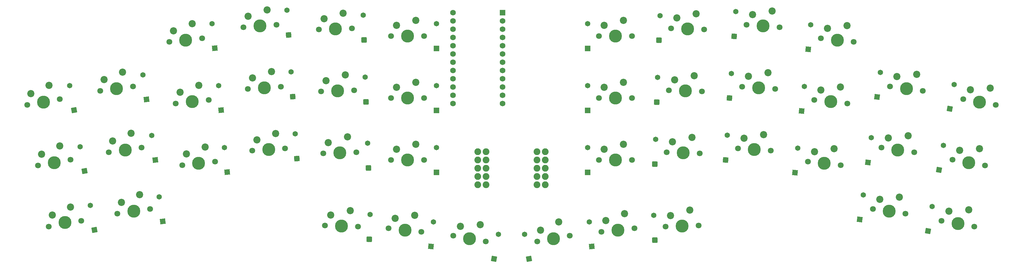
<source format=gbr>
%TF.GenerationSoftware,KiCad,Pcbnew,(6.0.0-0)*%
%TF.CreationDate,2022-01-05T19:35:21+07:00*%
%TF.ProjectId,kibod-01,6b69626f-642d-4303-912e-6b696361645f,rev?*%
%TF.SameCoordinates,Original*%
%TF.FileFunction,Soldermask,Top*%
%TF.FilePolarity,Negative*%
%FSLAX46Y46*%
G04 Gerber Fmt 4.6, Leading zero omitted, Abs format (unit mm)*
G04 Created by KiCad (PCBNEW (6.0.0-0)) date 2022-01-05 19:35:21*
%MOMM*%
%LPD*%
G01*
G04 APERTURE LIST*
G04 Aperture macros list*
%AMRotRect*
0 Rectangle, with rotation*
0 The origin of the aperture is its center*
0 $1 length*
0 $2 width*
0 $3 Rotation angle, in degrees counterclockwise*
0 Add horizontal line*
21,1,$1,$2,0,0,$3*%
G04 Aperture macros list end*
%ADD10RotRect,1.651000X1.651000X10.000000*%
%ADD11C,1.651000*%
%ADD12RotRect,1.651000X1.651000X8.000000*%
%ADD13RotRect,1.651000X1.651000X6.000000*%
%ADD14RotRect,1.651000X1.651000X4.000000*%
%ADD15RotRect,1.651000X1.651000X2.000000*%
%ADD16R,1.651000X1.651000*%
%ADD17RotRect,1.651000X1.651000X358.000000*%
%ADD18RotRect,1.651000X1.651000X354.000000*%
%ADD19RotRect,1.651000X1.651000X350.000000*%
%ADD20C,1.800000*%
%ADD21C,3.987800*%
%ADD22C,2.200000*%
%ADD23RotRect,1.651000X1.651000X352.000000*%
%ADD24RotRect,1.651000X1.651000X356.000000*%
%ADD25C,2.082800*%
%ADD26R,1.752600X1.752600*%
%ADD27C,1.752600*%
G04 APERTURE END LIST*
D10*
%TO.C,D-0-0*%
X6661600Y-72332118D03*
D11*
X5338400Y-64827882D03*
%TD*%
D12*
%TO.C,D-0-1*%
X28930250Y-69004728D03*
D11*
X27869750Y-61458886D03*
%TD*%
D13*
%TO.C,D-0-2*%
X49928253Y-53319128D03*
D11*
X49131747Y-45740872D03*
%TD*%
D14*
%TO.C,D-0-3*%
X72655772Y-49195320D03*
D11*
X72124228Y-41593882D03*
%TD*%
D15*
%TO.C,D-0-4*%
X95832967Y-50743828D03*
D11*
X95567033Y-43128470D03*
%TD*%
D16*
%TO.C,D-0-5*%
X118110000Y-53340000D03*
D11*
X118110000Y-45720000D03*
%TD*%
D10*
%TO.C,D-1-0*%
X9861600Y-91080448D03*
D11*
X8538400Y-83576212D03*
%TD*%
D12*
%TO.C,D-1-1*%
X31630250Y-87692586D03*
D11*
X30569750Y-80146744D03*
%TD*%
D13*
%TO.C,D-1-2*%
X51898253Y-72369128D03*
D11*
X51101747Y-64790872D03*
%TD*%
D14*
%TO.C,D-1-3*%
X73925772Y-68198915D03*
D11*
X73394228Y-60597477D03*
%TD*%
D15*
%TO.C,D-1-4*%
X96432967Y-69782224D03*
D11*
X96167033Y-62166866D03*
%TD*%
D16*
%TO.C,D-1-5*%
X118110000Y-72390000D03*
D11*
X118110000Y-64770000D03*
%TD*%
D10*
%TO.C,D-2-0*%
X12961600Y-109162118D03*
D11*
X11638400Y-101657882D03*
%TD*%
D12*
%TO.C,D-2-1*%
X33930250Y-106557193D03*
D11*
X32869750Y-99011351D03*
%TD*%
D13*
%TO.C,D-2-2*%
X53738253Y-91419128D03*
D11*
X52941747Y-83840872D03*
%TD*%
D14*
%TO.C,D-2-3*%
X75195772Y-87202510D03*
D11*
X74664228Y-79601072D03*
%TD*%
D15*
%TO.C,D-2-4*%
X97232967Y-90089845D03*
D11*
X96967033Y-82474487D03*
%TD*%
D16*
%TO.C,D-2-5*%
X118110000Y-91440000D03*
D11*
X118110000Y-83820000D03*
%TD*%
D17*
%TO.C,D-3-3*%
X97467033Y-112023613D03*
D11*
X97732967Y-104408255D03*
%TD*%
D18*
%TO.C,D-3-4*%
X116401747Y-114279128D03*
D11*
X117198253Y-106700872D03*
%TD*%
D19*
%TO.C,D-3-5*%
X135838400Y-118052118D03*
D11*
X137161600Y-110547882D03*
%TD*%
D20*
%TO.C,K-0-0*%
X2304116Y-68967867D03*
D21*
X-2698707Y-69850000D03*
D20*
X-7701530Y-70732133D03*
D22*
X-6619807Y-67220951D03*
X-1048766Y-64695177D03*
%TD*%
D21*
%TO.C,K-0-1*%
X19744933Y-65721171D03*
D20*
X14714371Y-66428170D03*
X24775495Y-65014172D03*
D22*
X15917974Y-62956879D03*
X21573769Y-60627071D03*
%TD*%
D20*
%TO.C,K-0-2*%
X46057691Y-50277370D03*
D21*
X41005520Y-50808375D03*
D20*
X35953349Y-51339380D03*
D22*
X37277365Y-47912208D03*
X43011024Y-45781203D03*
%TD*%
D20*
%TO.C,K-0-3*%
X68912623Y-46107089D03*
D21*
X63844998Y-46461452D03*
D20*
X58777373Y-46815815D03*
D22*
X60220189Y-43436938D03*
X66024726Y-41507334D03*
%TD*%
D20*
%TO.C,K-0-4*%
X81966625Y-47554586D03*
D21*
X87043530Y-47377297D03*
D20*
X92120435Y-47200008D03*
D22*
X83526483Y-44228122D03*
X89394826Y-42502268D03*
%TD*%
D20*
%TO.C,K-0-5*%
X114300000Y-49530000D03*
X104140000Y-49530000D03*
D21*
X109220000Y-49530000D03*
D22*
X105815000Y-46260000D03*
X111740000Y-44740000D03*
%TD*%
D21*
%TO.C,K-1-0*%
X609290Y-88499231D03*
D20*
X-4393533Y-89381364D03*
X5612113Y-87617098D03*
D22*
X-3311810Y-85870182D03*
X2259231Y-83344408D03*
%TD*%
D20*
%TO.C,K-1-1*%
X27426740Y-83878778D03*
X17365616Y-85292776D03*
D21*
X22396178Y-84585777D03*
D22*
X18569219Y-81821485D03*
X24225014Y-79491677D03*
%TD*%
D20*
%TO.C,K-1-2*%
X48048956Y-69223013D03*
D21*
X42996785Y-69754018D03*
D20*
X37944614Y-70285023D03*
D22*
X39268630Y-66857851D03*
X45002289Y-64726846D03*
%TD*%
D21*
%TO.C,K-1-3*%
X65173858Y-65465046D03*
D20*
X70241483Y-65110683D03*
X60106233Y-65819409D03*
D22*
X61549049Y-62440532D03*
X67353586Y-60510928D03*
%TD*%
D20*
%TO.C,K-1-4*%
X92785270Y-66238403D03*
X82631460Y-66592981D03*
D21*
X87708365Y-66415692D03*
D22*
X84191318Y-63266517D03*
X90059661Y-61540663D03*
%TD*%
D20*
%TO.C,K-1-5*%
X104140000Y-68580000D03*
D21*
X109220000Y-68580000D03*
D20*
X114300000Y-68580000D03*
D22*
X105815000Y-65310000D03*
X111740000Y-63790000D03*
%TD*%
D21*
%TO.C,K-2-0*%
X3917288Y-106886987D03*
D20*
X8920111Y-106377686D03*
X-1085535Y-108141952D03*
D22*
X-3812Y-104630770D03*
X5567229Y-102104996D03*
%TD*%
D20*
%TO.C,K-2-1*%
X30077990Y-102743385D03*
D21*
X25047428Y-103450384D03*
D20*
X20016866Y-104157383D03*
D22*
X21220469Y-100686092D03*
X26876264Y-98356284D03*
%TD*%
D21*
%TO.C,K-2-2*%
X44988053Y-88699658D03*
D20*
X50040224Y-88168653D03*
X39935882Y-89230663D03*
D22*
X41259898Y-85803491D03*
X46993557Y-83672486D03*
%TD*%
D21*
%TO.C,K-2-3*%
X66502719Y-84468642D03*
D20*
X61435094Y-84823005D03*
X71570344Y-84114279D03*
D22*
X62877910Y-81444128D03*
X68682447Y-79514524D03*
%TD*%
D20*
%TO.C,K-2-4*%
X83296295Y-85631376D03*
X93450105Y-85276798D03*
D21*
X88373200Y-85454087D03*
D22*
X84856153Y-82304912D03*
X90724496Y-80579058D03*
%TD*%
D20*
%TO.C,K-2-5*%
X114300000Y-87630000D03*
D21*
X109220000Y-87630000D03*
D20*
X104140000Y-87630000D03*
D22*
X105815000Y-84360000D03*
X111740000Y-82840000D03*
%TD*%
D21*
%TO.C,K-3-3*%
X88900773Y-107950000D03*
D20*
X83823868Y-107772711D03*
X93977678Y-108127289D03*
D22*
X85611969Y-104563159D03*
X91586406Y-103250865D03*
%TD*%
D20*
%TO.C,K-3-4*%
X113479454Y-109751005D03*
X103375112Y-108688995D03*
D21*
X108427283Y-109220000D03*
D22*
X105382744Y-105611994D03*
X111434170Y-104719652D03*
%TD*%
D20*
%TO.C,K-3-5*%
X133272823Y-112729536D03*
D21*
X128270000Y-111847403D03*
D20*
X123267177Y-110965270D03*
D22*
X125484559Y-108035810D03*
X131583490Y-107567767D03*
%TD*%
D19*
%TO.C,D-0-0-B1*%
X275920527Y-71947030D03*
D11*
X277243727Y-64442794D03*
%TD*%
D23*
%TO.C,D-0-1-B1*%
X253551877Y-68256842D03*
D11*
X254612377Y-60711000D03*
%TD*%
D18*
%TO.C,D-0-2-B1*%
X232383874Y-53668245D03*
D11*
X233180380Y-46089989D03*
%TD*%
D24*
%TO.C,D-0-3-B1*%
X209616355Y-49642035D03*
D11*
X210147899Y-42040597D03*
%TD*%
D17*
%TO.C,D-0-4-B1*%
X186549160Y-50874719D03*
D11*
X186815094Y-43259361D03*
%TD*%
D16*
%TO.C,D-0-5-B1*%
X164582127Y-53340000D03*
D11*
X164582127Y-45720000D03*
%TD*%
D19*
%TO.C,D-1-0-B1*%
X272620527Y-90707615D03*
D11*
X273943727Y-83203379D03*
%TD*%
D23*
%TO.C,D-1-1-B1*%
X250751877Y-88391449D03*
D11*
X251812377Y-80845607D03*
%TD*%
D18*
%TO.C,D-1-2-B1*%
X230383874Y-72613887D03*
D11*
X231180380Y-65035631D03*
%TD*%
D24*
%TO.C,D-1-3-B1*%
X208216355Y-68645631D03*
D11*
X208747899Y-61044193D03*
%TD*%
D17*
%TO.C,D-1-4-B1*%
X185849160Y-69913114D03*
D11*
X186115094Y-62297756D03*
%TD*%
D16*
%TO.C,D-1-5-B1*%
X164582127Y-72390000D03*
D11*
X164582127Y-64770000D03*
%TD*%
D19*
%TO.C,D-2-0-B1*%
X269220527Y-109468204D03*
D11*
X270543727Y-101963968D03*
%TD*%
D23*
%TO.C,D-2-1-B1*%
X248251877Y-105986055D03*
D11*
X249312377Y-98440213D03*
%TD*%
D18*
%TO.C,D-2-2-B1*%
X228383874Y-91559528D03*
D11*
X229180380Y-83981272D03*
%TD*%
D24*
%TO.C,D-2-3-B1*%
X207016355Y-87649226D03*
D11*
X207547899Y-80047788D03*
%TD*%
D17*
%TO.C,D-2-4-B1*%
X185249160Y-88951510D03*
D11*
X185515094Y-81336152D03*
%TD*%
D16*
%TO.C,D-2-5-B1*%
X164582127Y-91440000D03*
D11*
X164582127Y-83820000D03*
%TD*%
D15*
%TO.C,D-3-3-B1*%
X185215094Y-112330776D03*
D11*
X184949160Y-104715418D03*
%TD*%
D13*
%TO.C,D-3-4-B1*%
X165890380Y-114279128D03*
D11*
X165093874Y-106700872D03*
%TD*%
D10*
%TO.C,D-3-5-B1*%
X146543727Y-118052118D03*
D11*
X145220527Y-110547882D03*
%TD*%
D25*
%TO.C,J1*%
X130810000Y-85090000D03*
X133350000Y-85090000D03*
X130810000Y-87630000D03*
X133350000Y-87630000D03*
X130810000Y-90170000D03*
X133350000Y-90170000D03*
X130810000Y-92710000D03*
X133350000Y-92710000D03*
X130810000Y-95250000D03*
X133350000Y-95250000D03*
%TD*%
%TO.C,J2*%
X148982127Y-85090000D03*
X151522127Y-85090000D03*
X148982127Y-87630000D03*
X151522127Y-87630000D03*
X148982127Y-90170000D03*
X151522127Y-90170000D03*
X148982127Y-92710000D03*
X151522127Y-92710000D03*
X148982127Y-95250000D03*
X151522127Y-95250000D03*
%TD*%
D21*
%TO.C,K-0-0-B1*%
X285042566Y-69850000D03*
D20*
X280039743Y-68967867D03*
X290045389Y-70732133D03*
D22*
X282257125Y-66038407D03*
X288356056Y-65570364D03*
%TD*%
D20*
%TO.C,K-0-1-B1*%
X267629488Y-66428170D03*
D21*
X262598926Y-65721171D03*
D20*
X257568364Y-65014172D03*
D22*
X259682159Y-62009110D03*
X265761041Y-61328503D03*
%TD*%
D20*
%TO.C,K-0-2-B1*%
X236286168Y-50277370D03*
D21*
X241338339Y-50808375D03*
D20*
X246390510Y-51339380D03*
D22*
X238293800Y-47200369D03*
X244345226Y-46308027D03*
%TD*%
D20*
%TO.C,K-0-3-B1*%
X223566486Y-46815815D03*
X213431236Y-46107089D03*
D21*
X218498861Y-46461452D03*
D22*
X215330259Y-42961897D03*
X221346856Y-41858907D03*
%TD*%
D20*
%TO.C,K-0-4-B1*%
X200377234Y-47554586D03*
D21*
X195300329Y-47377297D03*
D20*
X190223424Y-47200008D03*
D22*
X192011525Y-43990456D03*
X197985962Y-42678162D03*
%TD*%
D20*
%TO.C,K-0-5-B1*%
X178192127Y-49530000D03*
X168032127Y-49530000D03*
D21*
X173112127Y-49530000D03*
D22*
X169707127Y-46260000D03*
X175632127Y-44740000D03*
%TD*%
D20*
%TO.C,K-1-0-B1*%
X276731745Y-87617098D03*
X286737391Y-89381364D03*
D21*
X281734568Y-88499231D03*
D22*
X278949127Y-84687638D03*
X285048058Y-84219595D03*
%TD*%
D21*
%TO.C,K-1-1-B1*%
X259947680Y-84585777D03*
D20*
X264978242Y-85292776D03*
X254917118Y-83878778D03*
D22*
X257030913Y-80873716D03*
X263109795Y-80193109D03*
%TD*%
D21*
%TO.C,K-1-2-B1*%
X239347073Y-69754018D03*
D20*
X244399244Y-70285023D03*
X234294902Y-69223013D03*
D22*
X236302534Y-66146012D03*
X242353960Y-65253670D03*
%TD*%
D21*
%TO.C,K-1-3-B1*%
X217170000Y-65465046D03*
D20*
X222237625Y-65819409D03*
X212102375Y-65110683D03*
D22*
X214001398Y-61965491D03*
X220017995Y-60862501D03*
%TD*%
D21*
%TO.C,K-1-4-B1*%
X194635493Y-66415692D03*
D20*
X199712398Y-66592981D03*
X189558588Y-66238403D03*
D22*
X191346689Y-63028851D03*
X197321126Y-61716557D03*
%TD*%
D20*
%TO.C,K-1-5-B1*%
X168032127Y-68580000D03*
X178192127Y-68580000D03*
D21*
X173112127Y-68580000D03*
D22*
X169707127Y-65310000D03*
X175632127Y-63790000D03*
%TD*%
D21*
%TO.C,K-2-0-B1*%
X278426570Y-107259819D03*
D20*
X283429393Y-108141952D03*
X273423747Y-106377686D03*
D22*
X275641129Y-103448226D03*
X281740060Y-102980183D03*
%TD*%
D21*
%TO.C,K-2-1-B1*%
X257296430Y-103450384D03*
D20*
X262326992Y-104157383D03*
X252265868Y-102743385D03*
D22*
X254379663Y-99738323D03*
X260458545Y-99057716D03*
%TD*%
D20*
%TO.C,K-2-2-B1*%
X232303634Y-88168653D03*
X242407976Y-89230663D03*
D21*
X237355805Y-88699658D03*
D22*
X234311266Y-85091652D03*
X240362692Y-84199310D03*
%TD*%
D20*
%TO.C,K-2-3-B1*%
X220908764Y-84823005D03*
D21*
X215841139Y-84468642D03*
D20*
X210773514Y-84114279D03*
D22*
X212672537Y-80969087D03*
X218689134Y-79866097D03*
%TD*%
D21*
%TO.C,K-2-4-B1*%
X193970658Y-85454087D03*
D20*
X199047563Y-85631376D03*
X188893753Y-85276798D03*
D22*
X190681854Y-82067246D03*
X196656291Y-80754952D03*
%TD*%
D20*
%TO.C,K-2-5-B1*%
X168032127Y-87630000D03*
D21*
X173112127Y-87630000D03*
D20*
X178192127Y-87630000D03*
D22*
X169707127Y-84360000D03*
X175632127Y-82840000D03*
%TD*%
D20*
%TO.C,K-3-3-B1*%
X188537154Y-108127289D03*
X198690964Y-107772711D03*
D21*
X193614059Y-107950000D03*
D22*
X190097012Y-104800825D03*
X195965355Y-103074971D03*
%TD*%
D20*
%TO.C,K-3-4-B1*%
X168852673Y-109751005D03*
X178957015Y-108688995D03*
D21*
X173904844Y-109220000D03*
D22*
X170176689Y-106323833D03*
X175910348Y-104192828D03*
%TD*%
D20*
%TO.C,K-3-5-B1*%
X149059304Y-112729536D03*
D21*
X154062127Y-111847403D03*
D20*
X159064950Y-110965270D03*
D22*
X150141027Y-109218354D03*
X155712068Y-106692580D03*
%TD*%
D26*
%TO.C,U1*%
X138430000Y-42330000D03*
D27*
X138430000Y-44870000D03*
X138430000Y-47410000D03*
X138430000Y-49950000D03*
X138430000Y-52490000D03*
X138430000Y-55030000D03*
X138430000Y-57570000D03*
X138430000Y-60110000D03*
X138430000Y-62650000D03*
X138430000Y-65190000D03*
X138430000Y-67730000D03*
X138430000Y-70270000D03*
X123190000Y-70270000D03*
X123190000Y-67730000D03*
X123190000Y-65190000D03*
X123190000Y-62650000D03*
X123190000Y-60110000D03*
X123190000Y-57570000D03*
X123190000Y-55030000D03*
X123190000Y-52490000D03*
X123190000Y-49950000D03*
X123190000Y-47410000D03*
X123190000Y-44870000D03*
X123190000Y-42330000D03*
%TD*%
M02*

</source>
